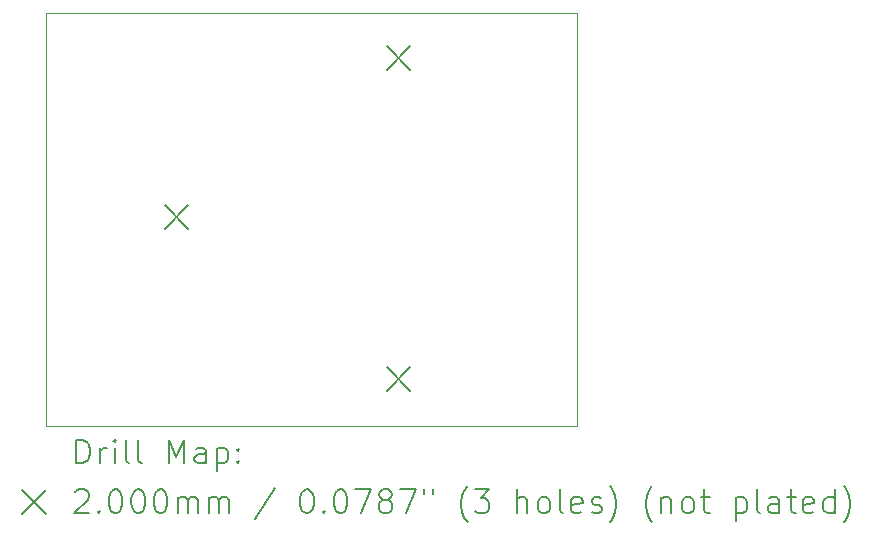
<source format=gbr>
%TF.GenerationSoftware,KiCad,Pcbnew,7.0.10*%
%TF.CreationDate,2025-02-01T12:29:48+01:00*%
%TF.ProjectId,Multi Sensor Board,4d756c74-6920-4536-956e-736f7220426f,rev?*%
%TF.SameCoordinates,Original*%
%TF.FileFunction,Drillmap*%
%TF.FilePolarity,Positive*%
%FSLAX45Y45*%
G04 Gerber Fmt 4.5, Leading zero omitted, Abs format (unit mm)*
G04 Created by KiCad (PCBNEW 7.0.10) date 2025-02-01 12:29:48*
%MOMM*%
%LPD*%
G01*
G04 APERTURE LIST*
%ADD10C,0.050000*%
%ADD11C,0.200000*%
G04 APERTURE END LIST*
D10*
X12000000Y-11500000D02*
X12000000Y-8000000D01*
X12000000Y-8000000D02*
X16500000Y-8000000D01*
X12000000Y-11500000D02*
X16500000Y-11500000D01*
X16500000Y-11500000D02*
X16500000Y-8000000D01*
D11*
X13006400Y-9628200D02*
X13206400Y-9828200D01*
X13206400Y-9628200D02*
X13006400Y-9828200D01*
X14886000Y-8282000D02*
X15086000Y-8482000D01*
X15086000Y-8282000D02*
X14886000Y-8482000D01*
X14886000Y-10999800D02*
X15086000Y-11199800D01*
X15086000Y-10999800D02*
X14886000Y-11199800D01*
X12258277Y-11813984D02*
X12258277Y-11613984D01*
X12258277Y-11613984D02*
X12305896Y-11613984D01*
X12305896Y-11613984D02*
X12334467Y-11623508D01*
X12334467Y-11623508D02*
X12353515Y-11642555D01*
X12353515Y-11642555D02*
X12363039Y-11661603D01*
X12363039Y-11661603D02*
X12372562Y-11699698D01*
X12372562Y-11699698D02*
X12372562Y-11728269D01*
X12372562Y-11728269D02*
X12363039Y-11766365D01*
X12363039Y-11766365D02*
X12353515Y-11785412D01*
X12353515Y-11785412D02*
X12334467Y-11804460D01*
X12334467Y-11804460D02*
X12305896Y-11813984D01*
X12305896Y-11813984D02*
X12258277Y-11813984D01*
X12458277Y-11813984D02*
X12458277Y-11680650D01*
X12458277Y-11718746D02*
X12467801Y-11699698D01*
X12467801Y-11699698D02*
X12477324Y-11690174D01*
X12477324Y-11690174D02*
X12496372Y-11680650D01*
X12496372Y-11680650D02*
X12515420Y-11680650D01*
X12582086Y-11813984D02*
X12582086Y-11680650D01*
X12582086Y-11613984D02*
X12572562Y-11623508D01*
X12572562Y-11623508D02*
X12582086Y-11633031D01*
X12582086Y-11633031D02*
X12591610Y-11623508D01*
X12591610Y-11623508D02*
X12582086Y-11613984D01*
X12582086Y-11613984D02*
X12582086Y-11633031D01*
X12705896Y-11813984D02*
X12686848Y-11804460D01*
X12686848Y-11804460D02*
X12677324Y-11785412D01*
X12677324Y-11785412D02*
X12677324Y-11613984D01*
X12810658Y-11813984D02*
X12791610Y-11804460D01*
X12791610Y-11804460D02*
X12782086Y-11785412D01*
X12782086Y-11785412D02*
X12782086Y-11613984D01*
X13039229Y-11813984D02*
X13039229Y-11613984D01*
X13039229Y-11613984D02*
X13105896Y-11756841D01*
X13105896Y-11756841D02*
X13172562Y-11613984D01*
X13172562Y-11613984D02*
X13172562Y-11813984D01*
X13353515Y-11813984D02*
X13353515Y-11709222D01*
X13353515Y-11709222D02*
X13343991Y-11690174D01*
X13343991Y-11690174D02*
X13324943Y-11680650D01*
X13324943Y-11680650D02*
X13286848Y-11680650D01*
X13286848Y-11680650D02*
X13267801Y-11690174D01*
X13353515Y-11804460D02*
X13334467Y-11813984D01*
X13334467Y-11813984D02*
X13286848Y-11813984D01*
X13286848Y-11813984D02*
X13267801Y-11804460D01*
X13267801Y-11804460D02*
X13258277Y-11785412D01*
X13258277Y-11785412D02*
X13258277Y-11766365D01*
X13258277Y-11766365D02*
X13267801Y-11747317D01*
X13267801Y-11747317D02*
X13286848Y-11737793D01*
X13286848Y-11737793D02*
X13334467Y-11737793D01*
X13334467Y-11737793D02*
X13353515Y-11728269D01*
X13448753Y-11680650D02*
X13448753Y-11880650D01*
X13448753Y-11690174D02*
X13467801Y-11680650D01*
X13467801Y-11680650D02*
X13505896Y-11680650D01*
X13505896Y-11680650D02*
X13524943Y-11690174D01*
X13524943Y-11690174D02*
X13534467Y-11699698D01*
X13534467Y-11699698D02*
X13543991Y-11718746D01*
X13543991Y-11718746D02*
X13543991Y-11775888D01*
X13543991Y-11775888D02*
X13534467Y-11794936D01*
X13534467Y-11794936D02*
X13524943Y-11804460D01*
X13524943Y-11804460D02*
X13505896Y-11813984D01*
X13505896Y-11813984D02*
X13467801Y-11813984D01*
X13467801Y-11813984D02*
X13448753Y-11804460D01*
X13629705Y-11794936D02*
X13639229Y-11804460D01*
X13639229Y-11804460D02*
X13629705Y-11813984D01*
X13629705Y-11813984D02*
X13620182Y-11804460D01*
X13620182Y-11804460D02*
X13629705Y-11794936D01*
X13629705Y-11794936D02*
X13629705Y-11813984D01*
X13629705Y-11690174D02*
X13639229Y-11699698D01*
X13639229Y-11699698D02*
X13629705Y-11709222D01*
X13629705Y-11709222D02*
X13620182Y-11699698D01*
X13620182Y-11699698D02*
X13629705Y-11690174D01*
X13629705Y-11690174D02*
X13629705Y-11709222D01*
X11797500Y-12042500D02*
X11997500Y-12242500D01*
X11997500Y-12042500D02*
X11797500Y-12242500D01*
X12248753Y-12053031D02*
X12258277Y-12043508D01*
X12258277Y-12043508D02*
X12277324Y-12033984D01*
X12277324Y-12033984D02*
X12324943Y-12033984D01*
X12324943Y-12033984D02*
X12343991Y-12043508D01*
X12343991Y-12043508D02*
X12353515Y-12053031D01*
X12353515Y-12053031D02*
X12363039Y-12072079D01*
X12363039Y-12072079D02*
X12363039Y-12091127D01*
X12363039Y-12091127D02*
X12353515Y-12119698D01*
X12353515Y-12119698D02*
X12239229Y-12233984D01*
X12239229Y-12233984D02*
X12363039Y-12233984D01*
X12448753Y-12214936D02*
X12458277Y-12224460D01*
X12458277Y-12224460D02*
X12448753Y-12233984D01*
X12448753Y-12233984D02*
X12439229Y-12224460D01*
X12439229Y-12224460D02*
X12448753Y-12214936D01*
X12448753Y-12214936D02*
X12448753Y-12233984D01*
X12582086Y-12033984D02*
X12601134Y-12033984D01*
X12601134Y-12033984D02*
X12620182Y-12043508D01*
X12620182Y-12043508D02*
X12629705Y-12053031D01*
X12629705Y-12053031D02*
X12639229Y-12072079D01*
X12639229Y-12072079D02*
X12648753Y-12110174D01*
X12648753Y-12110174D02*
X12648753Y-12157793D01*
X12648753Y-12157793D02*
X12639229Y-12195888D01*
X12639229Y-12195888D02*
X12629705Y-12214936D01*
X12629705Y-12214936D02*
X12620182Y-12224460D01*
X12620182Y-12224460D02*
X12601134Y-12233984D01*
X12601134Y-12233984D02*
X12582086Y-12233984D01*
X12582086Y-12233984D02*
X12563039Y-12224460D01*
X12563039Y-12224460D02*
X12553515Y-12214936D01*
X12553515Y-12214936D02*
X12543991Y-12195888D01*
X12543991Y-12195888D02*
X12534467Y-12157793D01*
X12534467Y-12157793D02*
X12534467Y-12110174D01*
X12534467Y-12110174D02*
X12543991Y-12072079D01*
X12543991Y-12072079D02*
X12553515Y-12053031D01*
X12553515Y-12053031D02*
X12563039Y-12043508D01*
X12563039Y-12043508D02*
X12582086Y-12033984D01*
X12772562Y-12033984D02*
X12791610Y-12033984D01*
X12791610Y-12033984D02*
X12810658Y-12043508D01*
X12810658Y-12043508D02*
X12820182Y-12053031D01*
X12820182Y-12053031D02*
X12829705Y-12072079D01*
X12829705Y-12072079D02*
X12839229Y-12110174D01*
X12839229Y-12110174D02*
X12839229Y-12157793D01*
X12839229Y-12157793D02*
X12829705Y-12195888D01*
X12829705Y-12195888D02*
X12820182Y-12214936D01*
X12820182Y-12214936D02*
X12810658Y-12224460D01*
X12810658Y-12224460D02*
X12791610Y-12233984D01*
X12791610Y-12233984D02*
X12772562Y-12233984D01*
X12772562Y-12233984D02*
X12753515Y-12224460D01*
X12753515Y-12224460D02*
X12743991Y-12214936D01*
X12743991Y-12214936D02*
X12734467Y-12195888D01*
X12734467Y-12195888D02*
X12724943Y-12157793D01*
X12724943Y-12157793D02*
X12724943Y-12110174D01*
X12724943Y-12110174D02*
X12734467Y-12072079D01*
X12734467Y-12072079D02*
X12743991Y-12053031D01*
X12743991Y-12053031D02*
X12753515Y-12043508D01*
X12753515Y-12043508D02*
X12772562Y-12033984D01*
X12963039Y-12033984D02*
X12982086Y-12033984D01*
X12982086Y-12033984D02*
X13001134Y-12043508D01*
X13001134Y-12043508D02*
X13010658Y-12053031D01*
X13010658Y-12053031D02*
X13020182Y-12072079D01*
X13020182Y-12072079D02*
X13029705Y-12110174D01*
X13029705Y-12110174D02*
X13029705Y-12157793D01*
X13029705Y-12157793D02*
X13020182Y-12195888D01*
X13020182Y-12195888D02*
X13010658Y-12214936D01*
X13010658Y-12214936D02*
X13001134Y-12224460D01*
X13001134Y-12224460D02*
X12982086Y-12233984D01*
X12982086Y-12233984D02*
X12963039Y-12233984D01*
X12963039Y-12233984D02*
X12943991Y-12224460D01*
X12943991Y-12224460D02*
X12934467Y-12214936D01*
X12934467Y-12214936D02*
X12924943Y-12195888D01*
X12924943Y-12195888D02*
X12915420Y-12157793D01*
X12915420Y-12157793D02*
X12915420Y-12110174D01*
X12915420Y-12110174D02*
X12924943Y-12072079D01*
X12924943Y-12072079D02*
X12934467Y-12053031D01*
X12934467Y-12053031D02*
X12943991Y-12043508D01*
X12943991Y-12043508D02*
X12963039Y-12033984D01*
X13115420Y-12233984D02*
X13115420Y-12100650D01*
X13115420Y-12119698D02*
X13124943Y-12110174D01*
X13124943Y-12110174D02*
X13143991Y-12100650D01*
X13143991Y-12100650D02*
X13172563Y-12100650D01*
X13172563Y-12100650D02*
X13191610Y-12110174D01*
X13191610Y-12110174D02*
X13201134Y-12129222D01*
X13201134Y-12129222D02*
X13201134Y-12233984D01*
X13201134Y-12129222D02*
X13210658Y-12110174D01*
X13210658Y-12110174D02*
X13229705Y-12100650D01*
X13229705Y-12100650D02*
X13258277Y-12100650D01*
X13258277Y-12100650D02*
X13277324Y-12110174D01*
X13277324Y-12110174D02*
X13286848Y-12129222D01*
X13286848Y-12129222D02*
X13286848Y-12233984D01*
X13382086Y-12233984D02*
X13382086Y-12100650D01*
X13382086Y-12119698D02*
X13391610Y-12110174D01*
X13391610Y-12110174D02*
X13410658Y-12100650D01*
X13410658Y-12100650D02*
X13439229Y-12100650D01*
X13439229Y-12100650D02*
X13458277Y-12110174D01*
X13458277Y-12110174D02*
X13467801Y-12129222D01*
X13467801Y-12129222D02*
X13467801Y-12233984D01*
X13467801Y-12129222D02*
X13477324Y-12110174D01*
X13477324Y-12110174D02*
X13496372Y-12100650D01*
X13496372Y-12100650D02*
X13524943Y-12100650D01*
X13524943Y-12100650D02*
X13543991Y-12110174D01*
X13543991Y-12110174D02*
X13553515Y-12129222D01*
X13553515Y-12129222D02*
X13553515Y-12233984D01*
X13943991Y-12024460D02*
X13772563Y-12281603D01*
X14201134Y-12033984D02*
X14220182Y-12033984D01*
X14220182Y-12033984D02*
X14239229Y-12043508D01*
X14239229Y-12043508D02*
X14248753Y-12053031D01*
X14248753Y-12053031D02*
X14258277Y-12072079D01*
X14258277Y-12072079D02*
X14267801Y-12110174D01*
X14267801Y-12110174D02*
X14267801Y-12157793D01*
X14267801Y-12157793D02*
X14258277Y-12195888D01*
X14258277Y-12195888D02*
X14248753Y-12214936D01*
X14248753Y-12214936D02*
X14239229Y-12224460D01*
X14239229Y-12224460D02*
X14220182Y-12233984D01*
X14220182Y-12233984D02*
X14201134Y-12233984D01*
X14201134Y-12233984D02*
X14182086Y-12224460D01*
X14182086Y-12224460D02*
X14172563Y-12214936D01*
X14172563Y-12214936D02*
X14163039Y-12195888D01*
X14163039Y-12195888D02*
X14153515Y-12157793D01*
X14153515Y-12157793D02*
X14153515Y-12110174D01*
X14153515Y-12110174D02*
X14163039Y-12072079D01*
X14163039Y-12072079D02*
X14172563Y-12053031D01*
X14172563Y-12053031D02*
X14182086Y-12043508D01*
X14182086Y-12043508D02*
X14201134Y-12033984D01*
X14353515Y-12214936D02*
X14363039Y-12224460D01*
X14363039Y-12224460D02*
X14353515Y-12233984D01*
X14353515Y-12233984D02*
X14343991Y-12224460D01*
X14343991Y-12224460D02*
X14353515Y-12214936D01*
X14353515Y-12214936D02*
X14353515Y-12233984D01*
X14486848Y-12033984D02*
X14505896Y-12033984D01*
X14505896Y-12033984D02*
X14524944Y-12043508D01*
X14524944Y-12043508D02*
X14534467Y-12053031D01*
X14534467Y-12053031D02*
X14543991Y-12072079D01*
X14543991Y-12072079D02*
X14553515Y-12110174D01*
X14553515Y-12110174D02*
X14553515Y-12157793D01*
X14553515Y-12157793D02*
X14543991Y-12195888D01*
X14543991Y-12195888D02*
X14534467Y-12214936D01*
X14534467Y-12214936D02*
X14524944Y-12224460D01*
X14524944Y-12224460D02*
X14505896Y-12233984D01*
X14505896Y-12233984D02*
X14486848Y-12233984D01*
X14486848Y-12233984D02*
X14467801Y-12224460D01*
X14467801Y-12224460D02*
X14458277Y-12214936D01*
X14458277Y-12214936D02*
X14448753Y-12195888D01*
X14448753Y-12195888D02*
X14439229Y-12157793D01*
X14439229Y-12157793D02*
X14439229Y-12110174D01*
X14439229Y-12110174D02*
X14448753Y-12072079D01*
X14448753Y-12072079D02*
X14458277Y-12053031D01*
X14458277Y-12053031D02*
X14467801Y-12043508D01*
X14467801Y-12043508D02*
X14486848Y-12033984D01*
X14620182Y-12033984D02*
X14753515Y-12033984D01*
X14753515Y-12033984D02*
X14667801Y-12233984D01*
X14858277Y-12119698D02*
X14839229Y-12110174D01*
X14839229Y-12110174D02*
X14829706Y-12100650D01*
X14829706Y-12100650D02*
X14820182Y-12081603D01*
X14820182Y-12081603D02*
X14820182Y-12072079D01*
X14820182Y-12072079D02*
X14829706Y-12053031D01*
X14829706Y-12053031D02*
X14839229Y-12043508D01*
X14839229Y-12043508D02*
X14858277Y-12033984D01*
X14858277Y-12033984D02*
X14896372Y-12033984D01*
X14896372Y-12033984D02*
X14915420Y-12043508D01*
X14915420Y-12043508D02*
X14924944Y-12053031D01*
X14924944Y-12053031D02*
X14934467Y-12072079D01*
X14934467Y-12072079D02*
X14934467Y-12081603D01*
X14934467Y-12081603D02*
X14924944Y-12100650D01*
X14924944Y-12100650D02*
X14915420Y-12110174D01*
X14915420Y-12110174D02*
X14896372Y-12119698D01*
X14896372Y-12119698D02*
X14858277Y-12119698D01*
X14858277Y-12119698D02*
X14839229Y-12129222D01*
X14839229Y-12129222D02*
X14829706Y-12138746D01*
X14829706Y-12138746D02*
X14820182Y-12157793D01*
X14820182Y-12157793D02*
X14820182Y-12195888D01*
X14820182Y-12195888D02*
X14829706Y-12214936D01*
X14829706Y-12214936D02*
X14839229Y-12224460D01*
X14839229Y-12224460D02*
X14858277Y-12233984D01*
X14858277Y-12233984D02*
X14896372Y-12233984D01*
X14896372Y-12233984D02*
X14915420Y-12224460D01*
X14915420Y-12224460D02*
X14924944Y-12214936D01*
X14924944Y-12214936D02*
X14934467Y-12195888D01*
X14934467Y-12195888D02*
X14934467Y-12157793D01*
X14934467Y-12157793D02*
X14924944Y-12138746D01*
X14924944Y-12138746D02*
X14915420Y-12129222D01*
X14915420Y-12129222D02*
X14896372Y-12119698D01*
X15001134Y-12033984D02*
X15134467Y-12033984D01*
X15134467Y-12033984D02*
X15048753Y-12233984D01*
X15201134Y-12033984D02*
X15201134Y-12072079D01*
X15277325Y-12033984D02*
X15277325Y-12072079D01*
X15572563Y-12310174D02*
X15563039Y-12300650D01*
X15563039Y-12300650D02*
X15543991Y-12272079D01*
X15543991Y-12272079D02*
X15534468Y-12253031D01*
X15534468Y-12253031D02*
X15524944Y-12224460D01*
X15524944Y-12224460D02*
X15515420Y-12176841D01*
X15515420Y-12176841D02*
X15515420Y-12138746D01*
X15515420Y-12138746D02*
X15524944Y-12091127D01*
X15524944Y-12091127D02*
X15534468Y-12062555D01*
X15534468Y-12062555D02*
X15543991Y-12043508D01*
X15543991Y-12043508D02*
X15563039Y-12014936D01*
X15563039Y-12014936D02*
X15572563Y-12005412D01*
X15629706Y-12033984D02*
X15753515Y-12033984D01*
X15753515Y-12033984D02*
X15686848Y-12110174D01*
X15686848Y-12110174D02*
X15715420Y-12110174D01*
X15715420Y-12110174D02*
X15734468Y-12119698D01*
X15734468Y-12119698D02*
X15743991Y-12129222D01*
X15743991Y-12129222D02*
X15753515Y-12148269D01*
X15753515Y-12148269D02*
X15753515Y-12195888D01*
X15753515Y-12195888D02*
X15743991Y-12214936D01*
X15743991Y-12214936D02*
X15734468Y-12224460D01*
X15734468Y-12224460D02*
X15715420Y-12233984D01*
X15715420Y-12233984D02*
X15658277Y-12233984D01*
X15658277Y-12233984D02*
X15639229Y-12224460D01*
X15639229Y-12224460D02*
X15629706Y-12214936D01*
X15991610Y-12233984D02*
X15991610Y-12033984D01*
X16077325Y-12233984D02*
X16077325Y-12129222D01*
X16077325Y-12129222D02*
X16067801Y-12110174D01*
X16067801Y-12110174D02*
X16048753Y-12100650D01*
X16048753Y-12100650D02*
X16020182Y-12100650D01*
X16020182Y-12100650D02*
X16001134Y-12110174D01*
X16001134Y-12110174D02*
X15991610Y-12119698D01*
X16201134Y-12233984D02*
X16182087Y-12224460D01*
X16182087Y-12224460D02*
X16172563Y-12214936D01*
X16172563Y-12214936D02*
X16163039Y-12195888D01*
X16163039Y-12195888D02*
X16163039Y-12138746D01*
X16163039Y-12138746D02*
X16172563Y-12119698D01*
X16172563Y-12119698D02*
X16182087Y-12110174D01*
X16182087Y-12110174D02*
X16201134Y-12100650D01*
X16201134Y-12100650D02*
X16229706Y-12100650D01*
X16229706Y-12100650D02*
X16248753Y-12110174D01*
X16248753Y-12110174D02*
X16258277Y-12119698D01*
X16258277Y-12119698D02*
X16267801Y-12138746D01*
X16267801Y-12138746D02*
X16267801Y-12195888D01*
X16267801Y-12195888D02*
X16258277Y-12214936D01*
X16258277Y-12214936D02*
X16248753Y-12224460D01*
X16248753Y-12224460D02*
X16229706Y-12233984D01*
X16229706Y-12233984D02*
X16201134Y-12233984D01*
X16382087Y-12233984D02*
X16363039Y-12224460D01*
X16363039Y-12224460D02*
X16353515Y-12205412D01*
X16353515Y-12205412D02*
X16353515Y-12033984D01*
X16534468Y-12224460D02*
X16515420Y-12233984D01*
X16515420Y-12233984D02*
X16477325Y-12233984D01*
X16477325Y-12233984D02*
X16458277Y-12224460D01*
X16458277Y-12224460D02*
X16448753Y-12205412D01*
X16448753Y-12205412D02*
X16448753Y-12129222D01*
X16448753Y-12129222D02*
X16458277Y-12110174D01*
X16458277Y-12110174D02*
X16477325Y-12100650D01*
X16477325Y-12100650D02*
X16515420Y-12100650D01*
X16515420Y-12100650D02*
X16534468Y-12110174D01*
X16534468Y-12110174D02*
X16543991Y-12129222D01*
X16543991Y-12129222D02*
X16543991Y-12148269D01*
X16543991Y-12148269D02*
X16448753Y-12167317D01*
X16620182Y-12224460D02*
X16639230Y-12233984D01*
X16639230Y-12233984D02*
X16677325Y-12233984D01*
X16677325Y-12233984D02*
X16696372Y-12224460D01*
X16696372Y-12224460D02*
X16705896Y-12205412D01*
X16705896Y-12205412D02*
X16705896Y-12195888D01*
X16705896Y-12195888D02*
X16696372Y-12176841D01*
X16696372Y-12176841D02*
X16677325Y-12167317D01*
X16677325Y-12167317D02*
X16648753Y-12167317D01*
X16648753Y-12167317D02*
X16629706Y-12157793D01*
X16629706Y-12157793D02*
X16620182Y-12138746D01*
X16620182Y-12138746D02*
X16620182Y-12129222D01*
X16620182Y-12129222D02*
X16629706Y-12110174D01*
X16629706Y-12110174D02*
X16648753Y-12100650D01*
X16648753Y-12100650D02*
X16677325Y-12100650D01*
X16677325Y-12100650D02*
X16696372Y-12110174D01*
X16772563Y-12310174D02*
X16782087Y-12300650D01*
X16782087Y-12300650D02*
X16801134Y-12272079D01*
X16801134Y-12272079D02*
X16810658Y-12253031D01*
X16810658Y-12253031D02*
X16820182Y-12224460D01*
X16820182Y-12224460D02*
X16829706Y-12176841D01*
X16829706Y-12176841D02*
X16829706Y-12138746D01*
X16829706Y-12138746D02*
X16820182Y-12091127D01*
X16820182Y-12091127D02*
X16810658Y-12062555D01*
X16810658Y-12062555D02*
X16801134Y-12043508D01*
X16801134Y-12043508D02*
X16782087Y-12014936D01*
X16782087Y-12014936D02*
X16772563Y-12005412D01*
X17134468Y-12310174D02*
X17124944Y-12300650D01*
X17124944Y-12300650D02*
X17105896Y-12272079D01*
X17105896Y-12272079D02*
X17096373Y-12253031D01*
X17096373Y-12253031D02*
X17086849Y-12224460D01*
X17086849Y-12224460D02*
X17077325Y-12176841D01*
X17077325Y-12176841D02*
X17077325Y-12138746D01*
X17077325Y-12138746D02*
X17086849Y-12091127D01*
X17086849Y-12091127D02*
X17096373Y-12062555D01*
X17096373Y-12062555D02*
X17105896Y-12043508D01*
X17105896Y-12043508D02*
X17124944Y-12014936D01*
X17124944Y-12014936D02*
X17134468Y-12005412D01*
X17210658Y-12100650D02*
X17210658Y-12233984D01*
X17210658Y-12119698D02*
X17220182Y-12110174D01*
X17220182Y-12110174D02*
X17239230Y-12100650D01*
X17239230Y-12100650D02*
X17267801Y-12100650D01*
X17267801Y-12100650D02*
X17286849Y-12110174D01*
X17286849Y-12110174D02*
X17296373Y-12129222D01*
X17296373Y-12129222D02*
X17296373Y-12233984D01*
X17420182Y-12233984D02*
X17401134Y-12224460D01*
X17401134Y-12224460D02*
X17391611Y-12214936D01*
X17391611Y-12214936D02*
X17382087Y-12195888D01*
X17382087Y-12195888D02*
X17382087Y-12138746D01*
X17382087Y-12138746D02*
X17391611Y-12119698D01*
X17391611Y-12119698D02*
X17401134Y-12110174D01*
X17401134Y-12110174D02*
X17420182Y-12100650D01*
X17420182Y-12100650D02*
X17448754Y-12100650D01*
X17448754Y-12100650D02*
X17467801Y-12110174D01*
X17467801Y-12110174D02*
X17477325Y-12119698D01*
X17477325Y-12119698D02*
X17486849Y-12138746D01*
X17486849Y-12138746D02*
X17486849Y-12195888D01*
X17486849Y-12195888D02*
X17477325Y-12214936D01*
X17477325Y-12214936D02*
X17467801Y-12224460D01*
X17467801Y-12224460D02*
X17448754Y-12233984D01*
X17448754Y-12233984D02*
X17420182Y-12233984D01*
X17543992Y-12100650D02*
X17620182Y-12100650D01*
X17572563Y-12033984D02*
X17572563Y-12205412D01*
X17572563Y-12205412D02*
X17582087Y-12224460D01*
X17582087Y-12224460D02*
X17601134Y-12233984D01*
X17601134Y-12233984D02*
X17620182Y-12233984D01*
X17839230Y-12100650D02*
X17839230Y-12300650D01*
X17839230Y-12110174D02*
X17858277Y-12100650D01*
X17858277Y-12100650D02*
X17896373Y-12100650D01*
X17896373Y-12100650D02*
X17915420Y-12110174D01*
X17915420Y-12110174D02*
X17924944Y-12119698D01*
X17924944Y-12119698D02*
X17934468Y-12138746D01*
X17934468Y-12138746D02*
X17934468Y-12195888D01*
X17934468Y-12195888D02*
X17924944Y-12214936D01*
X17924944Y-12214936D02*
X17915420Y-12224460D01*
X17915420Y-12224460D02*
X17896373Y-12233984D01*
X17896373Y-12233984D02*
X17858277Y-12233984D01*
X17858277Y-12233984D02*
X17839230Y-12224460D01*
X18048754Y-12233984D02*
X18029706Y-12224460D01*
X18029706Y-12224460D02*
X18020182Y-12205412D01*
X18020182Y-12205412D02*
X18020182Y-12033984D01*
X18210658Y-12233984D02*
X18210658Y-12129222D01*
X18210658Y-12129222D02*
X18201135Y-12110174D01*
X18201135Y-12110174D02*
X18182087Y-12100650D01*
X18182087Y-12100650D02*
X18143992Y-12100650D01*
X18143992Y-12100650D02*
X18124944Y-12110174D01*
X18210658Y-12224460D02*
X18191611Y-12233984D01*
X18191611Y-12233984D02*
X18143992Y-12233984D01*
X18143992Y-12233984D02*
X18124944Y-12224460D01*
X18124944Y-12224460D02*
X18115420Y-12205412D01*
X18115420Y-12205412D02*
X18115420Y-12186365D01*
X18115420Y-12186365D02*
X18124944Y-12167317D01*
X18124944Y-12167317D02*
X18143992Y-12157793D01*
X18143992Y-12157793D02*
X18191611Y-12157793D01*
X18191611Y-12157793D02*
X18210658Y-12148269D01*
X18277325Y-12100650D02*
X18353515Y-12100650D01*
X18305896Y-12033984D02*
X18305896Y-12205412D01*
X18305896Y-12205412D02*
X18315420Y-12224460D01*
X18315420Y-12224460D02*
X18334468Y-12233984D01*
X18334468Y-12233984D02*
X18353515Y-12233984D01*
X18496373Y-12224460D02*
X18477325Y-12233984D01*
X18477325Y-12233984D02*
X18439230Y-12233984D01*
X18439230Y-12233984D02*
X18420182Y-12224460D01*
X18420182Y-12224460D02*
X18410658Y-12205412D01*
X18410658Y-12205412D02*
X18410658Y-12129222D01*
X18410658Y-12129222D02*
X18420182Y-12110174D01*
X18420182Y-12110174D02*
X18439230Y-12100650D01*
X18439230Y-12100650D02*
X18477325Y-12100650D01*
X18477325Y-12100650D02*
X18496373Y-12110174D01*
X18496373Y-12110174D02*
X18505896Y-12129222D01*
X18505896Y-12129222D02*
X18505896Y-12148269D01*
X18505896Y-12148269D02*
X18410658Y-12167317D01*
X18677325Y-12233984D02*
X18677325Y-12033984D01*
X18677325Y-12224460D02*
X18658277Y-12233984D01*
X18658277Y-12233984D02*
X18620182Y-12233984D01*
X18620182Y-12233984D02*
X18601135Y-12224460D01*
X18601135Y-12224460D02*
X18591611Y-12214936D01*
X18591611Y-12214936D02*
X18582087Y-12195888D01*
X18582087Y-12195888D02*
X18582087Y-12138746D01*
X18582087Y-12138746D02*
X18591611Y-12119698D01*
X18591611Y-12119698D02*
X18601135Y-12110174D01*
X18601135Y-12110174D02*
X18620182Y-12100650D01*
X18620182Y-12100650D02*
X18658277Y-12100650D01*
X18658277Y-12100650D02*
X18677325Y-12110174D01*
X18753516Y-12310174D02*
X18763039Y-12300650D01*
X18763039Y-12300650D02*
X18782087Y-12272079D01*
X18782087Y-12272079D02*
X18791611Y-12253031D01*
X18791611Y-12253031D02*
X18801135Y-12224460D01*
X18801135Y-12224460D02*
X18810658Y-12176841D01*
X18810658Y-12176841D02*
X18810658Y-12138746D01*
X18810658Y-12138746D02*
X18801135Y-12091127D01*
X18801135Y-12091127D02*
X18791611Y-12062555D01*
X18791611Y-12062555D02*
X18782087Y-12043508D01*
X18782087Y-12043508D02*
X18763039Y-12014936D01*
X18763039Y-12014936D02*
X18753516Y-12005412D01*
M02*

</source>
